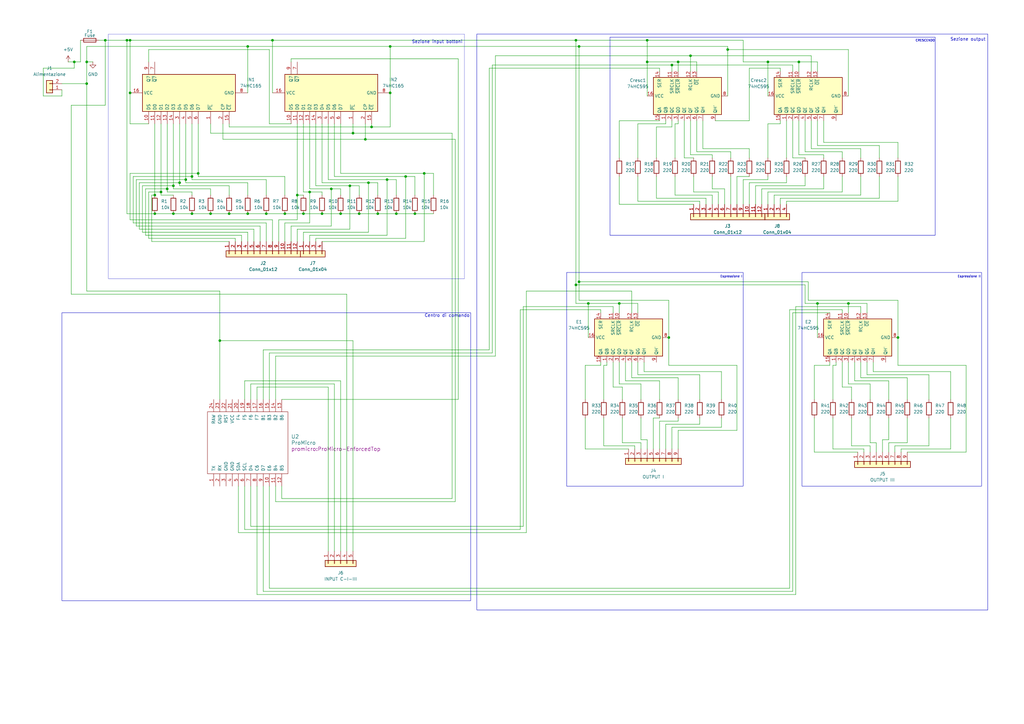
<source format=kicad_sch>
(kicad_sch (version 20250114) (generator "eeschema") (generator_version "9.0")
  (paper "A3")
  (title_block (title "Hauptwerk_buttons_and_expression") (date "2025-08-02") (rev "1.0.0") (company "Francesco Patti"))
  (rectangle (start 232.41 111.76) (end 304.8 199.39))
  (rectangle (start 44.45 13.97) (end 190.5 114.3) (stroke (width 0.0254)))
  (rectangle (start 25.4 128.27) (end 193.04 246.38))
  (rectangle (start 195.58 13.97) (end 405.13 250.19))
  (rectangle (start 250.19 15.24) (end 383.54 96.52))
  (rectangle (start 328.93 111.76) (end 402.59 199.39))
  (text "Espressione I" (at 299.974 113.538 0) (effects (font (size 0.889 0.889))))
  (text "CRESCENDO" (at 379.476 16.764 0) (effects (font (size 0.889 0.889))))
  (text "Sezione output\n" (at 397.002 16.256 0) (effects (font (size 1.27 1.27))))
  (text "Centro di comando\n" (at 183.388 129.54 0) (effects (font (size 1.27 1.27))))
  (text "Sezione input bottoni" (at 179.324 17.272 0) (effects (font (size 1.27 1.27))))
  (text "Espressione II\n" (at 397.51 113.538 0) (effects (font (size 0.889 0.889))))
  (junction (at 158.75 73.66))
  (junction (at 151.13 74.93))
  (junction (at 111.76 16.51))
  (junction (at 66.04 78.74))
  (junction (at 314.96 25.4))
  (junction (at 160.02 19.05))
  (junction (at 143.51 76.2))
  (junction (at 274.32 138.43))
  (junction (at 121.92 80.01))
  (junction (at 124.46 87.63))
  (junction (at 173.99 71.12))
  (junction (at 275.59 26.67))
  (junction (at 78.74 72.39))
  (junction (at 116.84 87.63))
  (junction (at 335.28 124.46))
  (junction (at 86.36 87.63))
  (junction (at 236.22 16.51))
  (junction (at 152.4 52.07))
  (junction (at 71.12 76.2))
  (junction (at 78.74 87.63))
  (junction (at 278.13 25.4))
  (junction (at 149.86 57.15))
  (junction (at 237.49 115.57))
  (junction (at 265.43 25.4))
  (junction (at 63.5 87.63))
  (junction (at 265.43 16.51))
  (junction (at 76.2 73.66))
  (junction (at 298.45 20.32))
  (junction (at 73.66 74.93))
  (junction (at 170.18 87.63))
  (junction (at 35.56 34.29))
  (junction (at 236.22 116.84))
  (junction (at 347.98 124.46))
  (junction (at 283.21 22.86))
  (junction (at 63.5 80.01))
  (junction (at 90.17 139.7))
  (junction (at 237.49 19.05))
  (junction (at 30.48 25.4))
  (junction (at 81.28 71.12))
  (junction (at 35.56 25.4))
  (junction (at 147.32 87.63))
  (junction (at 53.34 38.1))
  (junction (at 127 78.74))
  (junction (at 241.3 124.46))
  (junction (at 109.22 87.63))
  (junction (at 162.56 87.63))
  (junction (at 71.12 87.63))
  (junction (at 166.37 72.39))
  (junction (at 93.98 87.63))
  (junction (at 43.18 16.51))
  (junction (at 132.08 87.63))
  (junction (at 160.02 38.1))
  (junction (at 52.07 16.51))
  (junction (at 139.7 87.63))
  (junction (at 53.34 16.51))
  (junction (at 135.89 77.47))
  (junction (at 101.6 87.63))
  (junction (at 254 124.46))
  (junction (at 154.94 87.63))
  (junction (at 327.66 25.4))
  (junction (at 144.78 54.61))
  (junction (at 68.58 77.47))
  (junction (at 368.3 138.43))
  (junction (at 101.6 19.05))
  (wire (pts (xy 129.54 76.2) (xy 143.51 76.2)))
  (wire (pts (xy 119.38 24.13) (xy 119.38 25.4)))
  (wire (pts (xy 265.43 25.4) (xy 265.43 39.37)))
  (wire (pts (xy 132.08 87.63) (xy 139.7 87.63)))
  (wire (pts (xy 43.18 43.18) (xy 43.18 16.51)))
  (wire (pts (xy 345.44 158.75) (xy 345.44 148.59)))
  (wire (pts (xy 66.04 50.8) (xy 66.04 78.74)))
  (wire (pts (xy 254 124.46) (xy 261.62 124.46)))
  (wire (pts (xy 262.89 181.61) (xy 255.27 181.61)))
  (wire (pts (xy 52.07 16.51) (xy 53.34 16.51)))
  (wire (pts (xy 78.74 72.39) (xy 78.74 73.66)))
  (wire (pts (xy 91.44 57.15) (xy 149.86 57.15)))
  (wire (pts (xy 322.58 74.93) (xy 322.58 72.39)))
  (wire (pts (xy 254 148.59) (xy 254 157.48)))
  (wire (pts (xy 334.01 171.45) (xy 334.01 185.42)))
  (wire (pts (xy 304.8 25.4) (xy 304.8 16.51)))
  (wire (pts (xy 284.48 64.77) (xy 280.67 64.77)))
  (wire (pts (xy 264.16 152.4) (xy 295.91 152.4)))
  (wire (pts (xy 369.57 185.42) (xy 369.57 184.15)))
  (wire (pts (xy 295.91 152.4) (xy 295.91 163.83)))
  (wire (pts (xy 134.62 50.8) (xy 134.62 73.66)))
  (wire (pts (xy 270.51 27.94) (xy 200.66 27.94)))
  (wire (pts (xy 53.34 16.51) (xy 111.76 16.51)))
  (wire (pts (xy 54.61 91.44) (xy 54.61 72.39)))
  (wire (pts (xy 320.04 27.94) (xy 320.04 29.21)))
  (wire (pts (xy 135.89 77.47) (xy 139.7 77.47)))
  (wire (pts (xy 288.29 60.96) (xy 307.34 60.96)))
  (wire (pts (xy 276.86 50.8) (xy 278.13 50.8)))
  (wire (pts (xy 364.49 180.34) (xy 361.95 180.34)))
  (wire (pts (xy 302.26 72.39) (xy 307.34 72.39)))
  (wire (pts (xy 173.99 71.12) (xy 177.8 71.12)))
  (wire (pts (xy 368.3 82.55) (xy 368.3 72.39)))
  (wire (pts (xy 325.12 29.21) (xy 325.12 26.67)))
  (wire (pts (xy 139.7 156.21) (xy 100.33 156.21)))
  (wire (pts (xy 240.03 149.86) (xy 240.03 163.83)))
  (wire (pts (xy 109.22 99.06) (xy 109.22 91.44)))
  (wire (pts (xy 349.25 182.88) (xy 356.87 182.88)))
  (wire (pts (xy 273.05 50.8) (xy 273.05 49.53)))
  (wire (pts (xy 269.24 72.39) (xy 269.24 81.28)))
  (wire (pts (xy 256.54 148.59) (xy 256.54 156.21)))
  (wire (pts (xy 327.66 49.53) (xy 327.66 63.5)))
  (wire (pts (xy 132.08 50.8) (xy 132.08 74.93)))
  (wire (pts (xy 341.63 149.86) (xy 342.9 149.86)))
  (wire (pts (xy 285.75 29.21) (xy 285.75 25.4)))
  (wire (pts (xy 143.51 76.2) (xy 147.32 76.2)))
  (wire (pts (xy 309.88 83.82) (xy 309.88 76.2)))
  (wire (pts (xy 102.87 157.48) (xy 102.87 163.83)))
  (wire (pts (xy 341.63 163.83) (xy 341.63 149.86)))
  (wire (pts (xy 261.62 148.59) (xy 261.62 153.67)))
  (wire (pts (xy 275.59 26.67) (xy 275.59 29.21)))
  (wire (pts (xy 63.5 50.8) (xy 63.5 80.01)))
  (wire (pts (xy 86.36 77.47) (xy 86.36 80.01)))
  (wire (pts (xy 139.7 226.06) (xy 139.7 156.21)))
  (wire (pts (xy 160.02 19.05) (xy 101.6 19.05)))
  (wire (pts (xy 177.8 71.12) (xy 177.8 80.01)))
  (wire (pts (xy 247.65 171.45) (xy 247.65 182.88)))
  (wire (pts (xy 154.94 74.93) (xy 154.94 80.01)))
  (wire (pts (xy 285.75 25.4) (xy 278.13 25.4)))
  (wire (pts (xy 154.94 87.63) (xy 162.56 87.63)))
  (wire (pts (xy 251.46 158.75) (xy 251.46 148.59)))
  (wire (pts (xy 262.89 171.45) (xy 262.89 180.34)))
  (wire (pts (xy 162.56 87.63) (xy 170.18 87.63)))
  (wire (pts (xy 66.04 80.01) (xy 71.12 80.01)))
  (wire (pts (xy 368.3 64.77) (xy 368.3 58.42)))
  (wire (pts (xy 270.51 156.21) (xy 270.51 163.83)))
  (wire (pts (xy 254 72.39) (xy 254 83.82)))
  (wire (pts (xy 259.08 154.94) (xy 278.13 154.94)))
  (wire (pts (xy 147.32 87.63) (xy 154.94 87.63)))
  (wire (pts (xy 312.42 83.82) (xy 312.42 77.47)))
  (wire (pts (xy 30.48 27.94) (xy 17.78 27.94)))
  (wire (pts (xy 201.93 26.67) (xy 201.93 144.78)))
  (wire (pts (xy 353.06 64.77) (xy 353.06 60.96)))
  (wire (pts (xy 349.25 163.83) (xy 349.25 158.75)))
  (wire (pts (xy 236.22 124.46) (xy 241.3 124.46)))
  (wire (pts (xy 81.28 50.8) (xy 81.28 71.12)))
  (wire (pts (xy 110.49 50.8) (xy 119.38 50.8)))
  (wire (pts (xy 110.49 144.78) (xy 110.49 163.83)))
  (wire (pts (xy 323.85 241.3) (xy 110.49 241.3)))
  (wire (pts (xy 335.28 29.21) (xy 335.28 25.4)))
  (wire (pts (xy 278.13 154.94) (xy 278.13 163.83)))
  (wire (pts (xy 129.54 97.79) (xy 129.54 99.06)))
  (wire (pts (xy 287.02 173.99) (xy 287.02 171.45)))
  (wire (pts (xy 111.76 16.51) (xy 236.22 16.51)))
  (wire (pts (xy 139.7 50.8) (xy 139.7 71.12)))
  (wire (pts (xy 214.63 125.73) (xy 251.46 125.73)))
  (wire (pts (xy 200.66 27.94) (xy 200.66 143.51)))
  (wire (pts (xy 107.95 143.51) (xy 107.95 163.83)))
  (wire (pts (xy 81.28 71.12) (xy 81.28 72.39)))
  (wire (pts (xy 119.38 99.06) (xy 119.38 92.71)))
  (wire (pts (xy 187.96 24.13) (xy 119.38 24.13)))
  (wire (pts (xy 246.38 127) (xy 213.36 127)))
  (wire (pts (xy 101.6 74.93) (xy 101.6 80.01)))
  (wire (pts (xy 284.48 78.74) (xy 294.64 78.74)))
  (wire (pts (xy 341.63 171.45) (xy 341.63 184.15)))
  (wire (pts (xy 236.22 116.84) (xy 330.2 116.84)))
  (wire (pts (xy 298.45 19.05) (xy 298.45 20.32)))
  (wire (pts (xy 381 182.88) (xy 381 171.45)))
  (wire (pts (xy 295.91 175.26) (xy 295.91 171.45)))
  (wire (pts (xy 298.45 39.37) (xy 298.45 20.32)))
  (wire (pts (xy 124.46 95.25) (xy 124.46 99.06)))
  (wire (pts (xy 372.11 181.61) (xy 372.11 171.45)))
  (wire (pts (xy 93.98 87.63) (xy 101.6 87.63)))
  (wire (pts (xy 137.16 50.8) (xy 137.16 72.39)))
  (wire (pts (xy 104.14 93.98) (xy 57.15 93.98)))
  (wire (pts (xy 368.3 58.42) (xy 337.82 58.42)))
  (wire (pts (xy 396.24 149.86) (xy 368.3 149.86)))
  (wire (pts (xy 299.72 72.39) (xy 299.72 83.82)))
  (wire (pts (xy 323.85 127) (xy 323.85 241.3)))
  (wire (pts (xy 297.18 83.82) (xy 297.18 77.47)))
  (wire (pts (xy 261.62 128.27) (xy 261.62 124.46)))
  (wire (pts (xy 356.87 157.48) (xy 356.87 163.83)))
  (wire (pts (xy 71.12 77.47) (xy 86.36 77.47)))
  (wire (pts (xy 60.96 50.8) (xy 53.34 50.8)))
  (wire (pts (xy 139.7 87.63) (xy 147.32 87.63)))
  (wire (pts (xy 111.76 99.06) (xy 111.76 90.17)))
  (wire (pts (xy 144.78 226.06) (xy 144.78 139.7)))
  (wire (pts (xy 259.08 148.59) (xy 259.08 154.94)))
  (wire (pts (xy 237.49 19.05) (xy 298.45 19.05)))
  (wire (pts (xy 86.36 50.8) (xy 86.36 54.61)))
  (wire (pts (xy 297.18 77.47) (xy 292.1 77.47)))
  (wire (pts (xy 350.52 148.59) (xy 350.52 156.21)))
  (wire (pts (xy 345.44 127) (xy 323.85 127)))
  (wire (pts (xy 283.21 49.53) (xy 283.21 63.5)))
  (wire (pts (xy 241.3 124.46) (xy 241.3 138.43)))
  (wire (pts (xy 101.6 99.06) (xy 101.6 95.25)))
  (wire (pts (xy 113.03 205.74) (xy 113.03 199.39)))
  (wire (pts (xy 129.54 50.8) (xy 129.54 76.2)))
  (wire (pts (xy 368.3 138.43) (xy 368.3 123.19)))
  (wire (pts (xy 261.62 72.39) (xy 261.62 82.55)))
  (wire (pts (xy 283.21 22.86) (xy 203.2 22.86)))
  (wire (pts (xy 372.11 154.94) (xy 372.11 163.83)))
  (wire (pts (xy 142.24 120.65) (xy 142.24 226.06)))
  (wire (pts (xy 101.6 87.63) (xy 109.22 87.63)))
  (wire (pts (xy 213.36 217.17) (xy 100.33 217.17)))
  (wire (pts (xy 134.62 73.66) (xy 158.75 73.66)))
  (wire (pts (xy 185.42 204.47) (xy 185.42 54.61)))
  (wire (pts (xy 43.18 16.51) (xy 52.07 16.51)))
  (wire (pts (xy 341.63 184.15) (xy 354.33 184.15)))
  (wire (pts (xy 33.02 16.51) (xy 33.02 25.4)))
  (wire (pts (xy 367.03 185.42) (xy 367.03 182.88)))
  (wire (pts (xy 292.1 83.82) (xy 292.1 80.01)))
  (wire (pts (xy 111.76 90.17) (xy 53.34 90.17)))
  (wire (pts (xy 241.3 124.46) (xy 254 124.46)))
  (wire (pts (xy 307.34 83.82) (xy 307.34 74.93)))
  (wire (pts (xy 276.86 64.77) (xy 276.86 50.8)))
  (wire (pts (xy 340.36 149.86) (xy 334.01 149.86)))
  (wire (pts (xy 143.51 76.2) (xy 143.51 93.98)))
  (wire (pts (xy 110.49 241.3) (xy 110.49 199.39)))
  (wire (pts (xy 251.46 125.73) (xy 251.46 128.27)))
  (wire (pts (xy 166.37 97.79) (xy 166.37 72.39)))
  (wire (pts (xy 97.79 218.44) (xy 97.79 199.39)))
  (wire (pts (xy 17.78 39.37) (xy 25.4 39.37)))
  (wire (pts (xy 274.32 123.19) (xy 237.49 123.19)))
  (wire (pts (xy 107.95 242.57) (xy 325.12 242.57)))
  (wire (pts (xy 345.44 62.23) (xy 345.44 64.77)))
  (wire (pts (xy 302.26 176.53) (xy 302.26 149.86)))
  (wire (pts (xy 320.04 50.8) (xy 314.96 50.8)))
  (wire (pts (xy 53.34 50.8) (xy 53.34 38.1)))
  (wire (pts (xy 93.98 76.2) (xy 93.98 80.01)))
  (wire (pts (xy 269.24 52.07) (xy 275.59 52.07)))
  (wire (pts (xy 236.22 16.51) (xy 265.43 16.51)))
  (wire (pts (xy 364.49 171.45) (xy 364.49 180.34)))
  (wire (pts (xy 261.62 50.8) (xy 273.05 50.8)))
  (wire (pts (xy 29.21 43.18) (xy 43.18 43.18)))
  (wire (pts (xy 73.66 76.2) (xy 93.98 76.2)))
  (wire (pts (xy 340.36 148.59) (xy 340.36 149.86)))
  (wire (pts (xy 52.07 16.51) (xy 52.07 87.63)))
  (wire (pts (xy 356.87 182.88) (xy 356.87 185.42)))
  (wire (pts (xy 358.14 148.59) (xy 358.14 152.4)))
  (wire (pts (xy 270.51 29.21) (xy 270.51 27.94)))
  (wire (pts (xy 78.74 73.66) (xy 109.22 73.66)))
  (wire (pts (xy 185.42 54.61) (xy 144.78 54.61)))
  (wire (pts (xy 331.47 123.19) (xy 331.47 115.57)))
  (wire (pts (xy 278.13 25.4) (xy 265.43 25.4)))
  (wire (pts (xy 368.3 123.19) (xy 331.47 123.19)))
  (wire (pts (xy 121.92 93.98) (xy 143.51 93.98)))
  (wire (pts (xy 237.49 115.57) (xy 237.49 123.19)))
  (wire (pts (xy 322.58 83.82) (xy 322.58 82.55)))
  (wire (pts (xy 275.59 26.67) (xy 201.93 26.67)))
  (wire (pts (xy 116.84 72.39) (xy 116.84 80.01)))
  (wire (pts (xy 330.2 76.2) (xy 330.2 72.39)))
  (wire (pts (xy 127 77.47) (xy 135.89 77.47)))
  (wire (pts (xy 276.86 72.39) (xy 276.86 80.01)))
  (wire (pts (xy 186.69 57.15) (xy 186.69 205.74)))
  (wire (pts (xy 275.59 184.15) (xy 275.59 175.26)))
  (wire (pts (xy 66.04 78.74) (xy 66.04 80.01)))
  (wire (pts (xy 124.46 87.63) (xy 132.08 87.63)))
  (wire (pts (xy 347.98 148.59) (xy 347.98 157.48)))
  (wire (pts (xy 381 153.67) (xy 381 163.83)))
  (wire (pts (xy 275.59 52.07) (xy 275.59 49.53)))
  (wire (pts (xy 356.87 181.61) (xy 359.41 181.61)))
  (wire (pts (xy 255.27 171.45) (xy 255.27 181.61)))
  (wire (pts (xy 262.89 180.34) (xy 265.43 180.34)))
  (wire (pts (xy 86.36 54.61) (xy 144.78 54.61)))
  (wire (pts (xy 359.41 181.61) (xy 359.41 185.42)))
  (wire (pts (xy 104.14 99.06) (xy 104.14 93.98)))
  (wire (pts (xy 337.82 64.77) (xy 337.82 63.5)))
  (wire (pts (xy 139.7 71.12) (xy 173.99 71.12)))
  (wire (pts (xy 320.04 49.53) (xy 320.04 50.8)))
  (wire (pts (xy 284.48 72.39) (xy 284.48 78.74)))
  (wire (pts (xy 254 83.82) (xy 284.48 83.82)))
  (wire (pts (xy 76.2 50.8) (xy 76.2 73.66)))
  (wire (pts (xy 90.17 163.83) (xy 90.17 139.7)))
  (wire (pts (xy 314.96 78.74) (xy 345.44 78.74)))
  (wire (pts (xy 325.12 26.67) (xy 275.59 26.67)))
  (wire (pts (xy 294.64 78.74) (xy 294.64 83.82)))
  (wire (pts (xy 337.82 58.42) (xy 337.82 49.53)))
  (wire (pts (xy 356.87 171.45) (xy 356.87 181.61)))
  (wire (pts (xy 246.38 128.27) (xy 246.38 127)))
  (wire (pts (xy 349.25 158.75) (xy 345.44 158.75)))
  (wire (pts (xy 337.82 63.5) (xy 327.66 63.5)))
  (wire (pts (xy 162.56 73.66) (xy 162.56 80.01)))
  (wire (pts (xy 304.8 73.66) (xy 314.96 73.66)))
  (wire (pts (xy 283.21 22.86) (xy 332.74 22.86)))
  (wire (pts (xy 246.38 148.59) (xy 246.38 149.86)))
  (wire (pts (xy 292.1 63.5) (xy 292.1 64.77)))
  (wire (pts (xy 101.6 19.05) (xy 101.6 38.1)))
  (wire (pts (xy 215.9 119.38) (xy 259.08 119.38)))
  (wire (pts (xy 62.23 99.06) (xy 62.23 80.01)))
  (wire (pts (xy 158.75 96.52) (xy 158.75 73.66)))
  (wire (pts (xy 326.39 243.84) (xy 326.39 125.73)))
  (wire (pts (xy 360.68 81.28) (xy 360.68 72.39)))
  (wire (pts (xy 113.03 146.05) (xy 113.03 163.83)))
  (wire (pts (xy 237.49 19.05) (xy 237.49 115.57)))
  (wire (pts (xy 149.86 57.15) (xy 149.86 50.8)))
  (wire (pts (xy 347.98 20.32) (xy 347.98 39.37)))
  (wire (pts (xy 124.46 95.25) (xy 151.13 95.25)))
  (wire (pts (xy 278.13 184.15) (xy 278.13 176.53)))
  (wire (pts (xy 350.52 156.21) (xy 364.49 156.21)))
  (wire (pts (xy 127 96.52) (xy 127 99.06)))
  (wire (pts (xy 335.28 25.4) (xy 327.66 25.4)))
  (wire (pts (xy 257.81 184.15) (xy 240.03 184.15)))
  (wire (pts (xy 326.39 125.73) (xy 353.06 125.73)))
  (wire (pts (xy 353.06 80.01) (xy 353.06 72.39)))
  (wire (pts (xy 353.06 154.94) (xy 372.11 154.94)))
  (wire (pts (xy 93.98 52.07) (xy 152.4 52.07)))
  (wire (pts (xy 115.57 204.47) (xy 185.42 204.47)))
  (wire (pts (xy 55.88 92.71) (xy 55.88 73.66)))
  (wire (pts (xy 260.35 182.88) (xy 260.35 184.15)))
  (wire (pts (xy 29.21 120.65) (xy 142.24 120.65)))
  (wire (pts (xy 255.27 163.83) (xy 255.27 158.75)))
  (wire (pts (xy 102.87 199.39) (xy 102.87 215.9)))
  (wire (pts (xy 273.05 184.15) (xy 273.05 173.99)))
  (wire (pts (xy 99.06 96.52) (xy 59.69 96.52)))
  (wire (pts (xy 121.92 80.01) (xy 124.46 80.01)))
  (wire (pts (xy 134.62 158.75) (xy 134.62 226.06)))
  (wire (pts (xy 307.34 49.53) (xy 307.34 27.94)))
  (wire (pts (xy 320.04 83.82) (xy 320.04 81.28)))
  (wire (pts (xy 186.69 205.74) (xy 113.03 205.74)))
  (wire (pts (xy 278.13 50.8) (xy 278.13 49.53)))
  (wire (pts (xy 68.58 78.74) (xy 78.74 78.74)))
  (wire (pts (xy 105.41 243.84) (xy 326.39 243.84)))
  (wire (pts (xy 78.74 50.8) (xy 78.74 72.39)))
  (wire (pts (xy 93.98 50.8) (xy 93.98 52.07)))
  (wire (pts (xy 35.56 25.4) (xy 35.56 19.05)))
  (wire (pts (xy 256.54 156.21) (xy 270.51 156.21)))
  (wire (pts (xy 68.58 50.8) (xy 68.58 77.47)))
  (wire (pts (xy 105.41 199.39) (xy 105.41 243.84)))
  (wire (pts (xy 283.21 29.21) (xy 283.21 22.86)))
  (wire (pts (xy 237.49 115.57) (xy 331.47 115.57)))
  (wire (pts (xy 396.24 185.42) (xy 396.24 149.86)))
  (wire (pts (xy 111.76 16.51) (xy 111.76 38.1)))
  (wire (pts (xy 342.9 149.86) (xy 342.9 148.59)))
  (wire (pts (xy 170.18 72.39) (xy 170.18 80.01)))
  (wire (pts (xy 355.6 153.67) (xy 381 153.67)))
  (wire (pts (xy 147.32 76.2) (xy 147.32 80.01)))
  (wire (pts (xy 330.2 124.46) (xy 335.28 124.46)))
  (wire (pts (xy 330.2 124.46) (xy 330.2 116.84)))
  (wire (pts (xy 236.22 116.84) (xy 236.22 124.46)))
  (wire (pts (xy 214.63 215.9) (xy 214.63 125.73)))
  (wire (pts (xy 114.3 99.06) (xy 114.3 90.17)))
  (wire (pts (xy 364.49 156.21) (xy 364.49 163.83)))
  (wire (pts (xy 213.36 127) (xy 213.36 217.17)))
  (wire (pts (xy 287.02 83.82) (xy 287.02 82.55)))
  (wire (pts (xy 200.66 143.51) (xy 107.95 143.51)))
  (wire (pts (xy 105.41 158.75) (xy 134.62 158.75)))
  (wire (pts (xy 160.02 38.1) (xy 160.02 19.05)))
  (wire (pts (xy 71.12 50.8) (xy 71.12 76.2)))
  (wire (pts (xy 30.48 25.4) (xy 33.02 25.4)))
  (wire (pts (xy 91.44 50.8) (xy 91.44 57.15)))
  (wire (pts (xy 369.57 184.15) (xy 389.89 184.15)))
  (wire (pts (xy 360.68 59.69) (xy 360.68 64.77)))
  (wire (pts (xy 53.34 16.51) (xy 53.34 38.1)))
  (wire (pts (xy 302.26 83.82) (xy 302.26 72.39)))
  (wire (pts (xy 347.98 124.46) (xy 347.98 128.27)))
  (wire (pts (xy 29.21 43.18) (xy 29.21 120.65)))
  (wire (pts (xy 132.08 74.93) (xy 151.13 74.93)))
  (wire (pts (xy 372.11 185.42) (xy 396.24 185.42)))
  (wire (pts (xy 160.02 38.1) (xy 160.02 52.07)))
  (wire (pts (xy 124.46 50.8) (xy 124.46 78.74)))
  (wire (pts (xy 325.12 242.57) (xy 325.12 128.27)))
  (wire (pts (xy 353.06 60.96) (xy 332.74 60.96)))
  (wire (pts (xy 151.13 74.93) (xy 154.94 74.93)))
  (wire (pts (xy 364.49 185.42) (xy 364.49 181.61)))
  (wire (pts (xy 255.27 158.75) (xy 251.46 158.75)))
  (wire (pts (xy 132.08 99.06) (xy 173.99 99.06)))
  (wire (pts (xy 314.96 25.4) (xy 304.8 25.4)))
  (wire (pts (xy 121.92 90.17) (xy 121.92 80.01)))
  (wire (pts (xy 110.49 20.32) (xy 110.49 50.8)))
  (wire (pts (xy 317.5 83.82) (xy 317.5 80.01)))
  (wire (pts (xy 288.29 49.53) (xy 288.29 60.96)))
  (wire (pts (xy 53.34 90.17) (xy 53.34 71.12)))
  (wire (pts (xy 100.33 156.21) (xy 100.33 163.83)))
  (wire (pts (xy 358.14 152.4) (xy 389.89 152.4)))
  (wire (pts (xy 325.12 64.77) (xy 330.2 64.77)))
  (wire (pts (xy 60.96 78.74) (xy 66.04 78.74)))
  (wire (pts (xy 129.54 97.79) (xy 166.37 97.79)))
  (wire (pts (xy 355.6 128.27) (xy 355.6 124.46)))
  (wire (pts (xy 25.4 39.37) (xy 25.4 36.83)))
  (wire (pts (xy 127 96.52) (xy 158.75 96.52)))
  (wire (pts (xy 274.32 138.43) (xy 274.32 123.19)))
  (wire (pts (xy 322.58 82.55) (xy 368.3 82.55)))
  (wire (pts (xy 270.51 184.15) (xy 270.51 172.72)))
  (wire (pts (xy 314.96 83.82) (xy 314.96 78.74)))
  (wire (pts (xy 144.78 139.7) (xy 90.17 139.7)))
  (wire (pts (xy 332.74 22.86) (xy 332.74 29.21)))
  (wire (pts (xy 59.69 96.52) (xy 59.69 77.47)))
  (wire (pts (xy 215.9 119.38) (xy 215.9 218.44)))
  (wire (pts (xy 361.95 180.34) (xy 361.95 185.42)))
  (wire (pts (xy 137.16 157.48) (xy 102.87 157.48)))
  (wire (pts (xy 68.58 77.47) (xy 68.58 78.74)))
  (wire (pts (xy 115.57 163.83) (xy 187.96 163.83)))
  (wire (pts (xy 151.13 95.25) (xy 151.13 74.93)))
  (wire (pts (xy 304.8 83.82) (xy 304.8 73.66)))
  (wire (pts (xy 99.06 99.06) (xy 99.06 96.52)))
  (wire (pts (xy 58.42 76.2) (xy 71.12 76.2)))
  (wire (pts (xy 109.22 87.63) (xy 116.84 87.63)))
  (wire (pts (xy 86.36 87.63) (xy 93.98 87.63)))
  (wire (pts (xy 27.94 25.4) (xy 30.48 25.4)))
  (wire (pts (xy 57.15 93.98) (xy 57.15 74.93)))
  (wire (pts (xy 144.78 54.61) (xy 144.78 50.8)))
  (wire (pts (xy 54.61 72.39) (xy 78.74 72.39)))
  (wire (pts (xy 52.07 87.63) (xy 63.5 87.63)))
  (wire (pts (xy 124.46 78.74) (xy 127 78.74)))
  (wire (pts (xy 160.02 19.05) (xy 237.49 19.05)))
  (wire (pts (xy 325.12 49.53) (xy 325.12 64.77)))
  (wire (pts (xy 278.13 176.53) (xy 302.26 176.53)))
  (wire (pts (xy 332.74 60.96) (xy 332.74 49.53)))
  (wire (pts (xy 335.28 49.53) (xy 335.28 59.69)))
  (wire (pts (xy 119.38 92.71) (xy 135.89 92.71)))
  (wire (pts (xy 349.25 171.45) (xy 349.25 182.88)))
  (wire (pts (xy 314.96 50.8) (xy 314.96 64.77)))
  (wire (pts (xy 121.92 99.06) (xy 121.92 93.98)))
  (wire (pts (xy 116.84 87.63) (xy 124.46 87.63)))
  (wire (pts (xy 240.03 184.15) (xy 240.03 171.45)))
  (wire (pts (xy 127 50.8) (xy 127 77.47)))
  (wire (pts (xy 292.1 77.47) (xy 292.1 72.39)))
  (wire (pts (xy 327.66 25.4) (xy 327.66 29.21)))
  (wire (pts (xy 389.89 184.15) (xy 389.89 171.45)))
  (wire (pts (xy 73.66 50.8) (xy 73.66 74.93)))
  (wire (pts (xy 254 157.48) (xy 262.89 157.48)))
  (wire (pts (xy 280.67 49.53) (xy 280.67 64.77)))
  (wire (pts (xy 287.02 82.55) (xy 261.62 82.55)))
  (wire (pts (xy 273.05 173.99) (xy 287.02 173.99)))
  (wire (pts (xy 115.57 199.39) (xy 115.57 204.47)))
  (wire (pts (xy 267.97 171.45) (xy 267.97 184.15)))
  (wire (pts (xy 109.22 91.44) (xy 54.61 91.44)))
  (wire (pts (xy 261.62 153.67) (xy 287.02 153.67)))
  (wire (pts (xy 187.96 163.83) (xy 187.96 24.13)))
  (wire (pts (xy 355.6 124.46) (xy 347.98 124.46)))
  (wire (pts (xy 59.69 77.47) (xy 68.58 77.47)))
  (wire (pts (xy 322.58 49.53) (xy 322.58 64.77)))
  (wire (pts (xy 299.72 64.77) (xy 299.72 62.23)))
  (wire (pts (xy 170.18 87.63) (xy 177.8 87.63)))
  (wire (pts (xy 262.89 157.48) (xy 262.89 163.83)))
  (wire (pts (xy 355.6 148.59) (xy 355.6 153.67)))
  (wire (pts (xy 292.1 80.01) (xy 276.86 80.01)))
  (wire (pts (xy 275.59 175.26) (xy 295.91 175.26)))
  (wire (pts (xy 30.48 25.4) (xy 30.48 27.94)))
  (wire (pts (xy 57.15 74.93) (xy 73.66 74.93)))
  (wire (pts (xy 73.66 74.93) (xy 73.66 76.2)))
  (wire (pts (xy 102.87 215.9) (xy 214.63 215.9)))
  (wire (pts (xy 106.68 99.06) (xy 106.68 92.71)))
  (wire (pts (xy 121.92 50.8) (xy 121.92 80.01)))
  (wire (pts (xy 35.56 25.4) (xy 38.1 25.4)))
  (wire (pts (xy 58.42 95.25) (xy 58.42 76.2)))
  (wire (pts (xy 135.89 92.71) (xy 135.89 77.47)))
  (wire (pts (xy 289.56 81.28) (xy 289.56 83.82)))
  (wire (pts (xy 35.56 19.05) (xy 101.6 19.05)))
  (wire (pts (xy 53.34 71.12) (xy 81.28 71.12)))
  (wire (pts (xy 101.6 95.25) (xy 58.42 95.25)))
  (wire (pts (xy 265.43 25.4) (xy 265.43 16.51)))
  (wire (pts (xy 100.33 217.17) (xy 100.33 199.39)))
  (wire (pts (xy 236.22 16.51) (xy 236.22 116.84)))
  (wire (pts (xy 367.03 182.88) (xy 381 182.88)))
  (wire (pts (xy 76.2 74.93) (xy 101.6 74.93)))
  (wire (pts (xy 90.17 139.7) (xy 90.17 119.38)))
  (wire (pts (xy 368.3 149.86) (xy 368.3 138.43)))
  (wire (pts (xy 269.24 81.28) (xy 289.56 81.28)))
  (wire (pts (xy 71.12 76.2) (xy 71.12 77.47)))
  (wire (pts (xy 307.34 60.96) (xy 307.34 64.77)))
  (wire (pts (xy 320.04 81.28) (xy 360.68 81.28)))
  (wire (pts (xy 274.32 149.86) (xy 274.32 138.43)))
  (wire (pts (xy 278.13 172.72) (xy 278.13 171.45)))
  (wire (pts (xy 247.65 163.83) (xy 247.65 149.86)))
  (wire (pts (xy 302.26 149.86) (xy 274.32 149.86)))
  (wire (pts (xy 173.99 99.06) (xy 173.99 71.12)))
  (wire (pts (xy 158.75 73.66) (xy 162.56 73.66)))
  (wire (pts (xy 55.88 73.66) (xy 76.2 73.66)))
  (wire (pts (xy 63.5 87.63) (xy 71.12 87.63)))
  (wire (pts (xy 337.82 77.47) (xy 337.82 72.39)))
  (wire (pts (xy 304.8 16.51) (xy 265.43 16.51)))
  (wire (pts (xy 215.9 218.44) (xy 97.79 218.44)))
  (wire (pts (xy 364.49 181.61) (xy 372.11 181.61)))
  (wire (pts (xy 314.96 25.4) (xy 314.96 39.37)))
  (wire (pts (xy 93.98 99.06) (xy 62.23 99.06)))
  (wire (pts (xy 254 124.46) (xy 254 128.27)))
  (wire (pts (xy 96.52 99.06) (xy 96.52 97.79)))
  (wire (pts (xy 254 49.53) (xy 270.51 49.53)))
  (wire (pts (xy 90.17 119.38) (xy 35.56 119.38)))
  (wire (pts (xy 325.12 128.27) (xy 340.36 128.27)))
  (wire (pts (xy 283.21 63.5) (xy 292.1 63.5)))
  (wire (pts (xy 254 64.77) (xy 254 49.53)))
  (wire (pts (xy 35.56 25.4) (xy 35.56 34.29)))
  (wire (pts (xy 60.96 20.32) (xy 60.96 25.4)))
  (wire (pts (xy 330.2 49.53) (xy 330.2 62.23)))
  (wire (pts (xy 137.16 72.39) (xy 166.37 72.39)))
  (wire (pts (xy 203.2 22.86) (xy 203.2 146.05)))
  (wire (pts (xy 262.89 184.15) (xy 262.89 181.61)))
  (wire (pts (xy 60.96 20.32) (xy 110.49 20.32)))
  (wire (pts (xy 40.64 16.51) (xy 43.18 16.51)))
  (wire (pts (xy 247.65 149.86) (xy 248.92 149.86)))
  (wire (pts (xy 298.45 20.32) (xy 347.98 20.32)))
  (wire (pts (xy 248.92 149.86) (xy 248.92 148.59)))
  (wire (pts (xy 166.37 72.39) (xy 170.18 72.39)))
  (wire (pts (xy 314.96 73.66) (xy 314.96 72.39)))
  (wire (pts (xy 335.28 124.46) (xy 335.28 138.43)))
  (wire (pts (xy 345.44 78.74) (xy 345.44 72.39)))
  (wire (pts (xy 105.41 163.83) (xy 105.41 158.75)))
  (wire (pts (xy 270.51 172.72) (xy 278.13 172.72)))
  (wire (pts (xy 354.33 184.15) (xy 354.33 185.42)))
  (wire (pts (xy 270.51 171.45) (xy 267.97 171.45)))
  (wire (pts (xy 246.38 149.86) (xy 240.03 149.86)))
  (wire (pts (xy 317.5 80.01) (xy 353.06 80.01)))
  (wire (pts (xy 35.56 34.29) (xy 35.56 119.38)))
  (wire (pts (xy 160.02 52.07) (xy 152.4 52.07)))
  (wire (pts (xy 327.66 25.4) (xy 314.96 25.4)))
  (wire (pts (xy 132.08 78.74) (xy 132.08 80.01)))
  (wire (pts (xy 139.7 77.47) (xy 139.7 80.01)))
  (wire (pts (xy 127 78.74) (xy 132.08 78.74)))
  (wire (pts (xy 106.68 92.71) (xy 55.88 92.71)))
  (wire (pts (xy 96.52 97.79) (xy 60.96 97.79)))
  (wire (pts (xy 107.95 199.39) (xy 107.95 242.57)))
  (wire (pts (xy 76.2 73.66) (xy 76.2 74.93)))
  (wire (pts (xy 330.2 62.23) (xy 345.44 62.23)))
  (wire (pts (xy 334.01 149.86) (xy 334.01 163.83)))
  (wire (pts (xy 71.12 87.63) (xy 78.74 87.63)))
  (wire (pts (xy 265.43 180.34) (xy 265.43 184.15)))
  (wire (pts (xy 137.16 226.06) (xy 137.16 157.48)))
  (wire (pts (xy 60.96 97.79) (xy 60.96 78.74)))
  (wire (pts (xy 293.37 49.53) (xy 307.34 49.53)))
  (wire (pts (xy 299.72 62.23) (xy 285.75 62.23)))
  (wire (pts (xy 109.22 73.66) (xy 109.22 80.01)))
  (wire (pts (xy 261.62 64.77) (xy 261.62 50.8)))
  (wire (pts (xy 78.74 78.74) (xy 78.74 80.01)))
  (wire (pts (xy 114.3 90.17) (xy 121.92 90.17)))
  (wire (pts (xy 345.44 128.27) (xy 345.44 127)))
  (wire (pts (xy 259.08 119.38) (xy 259.08 128.27)))
  (wire (pts (xy 347.98 124.46) (xy 335.28 124.46)))
  (wire (pts (xy 307.34 27.94) (xy 320.04 27.94)))
  (wire (pts (xy 116.84 91.44) (xy 127 91.44)))
  (wire (pts (xy 353.06 148.59) (xy 353.06 154.94)))
  (wire (pts (xy 309.88 76.2) (xy 330.2 76.2)))
  (wire (pts (xy 81.28 72.39) (xy 116.84 72.39)))
  (wire (pts (xy 285.75 62.23) (xy 285.75 49.53)))
  (wire (pts (xy 334.01 185.42) (xy 351.79 185.42)))
  (wire (pts (xy 203.2 146.05) (xy 113.03 146.05)))
  (wire (pts (xy 278.13 25.4) (xy 278.13 29.21)))
  (wire (pts (xy 312.42 77.47) (xy 337.82 77.47)))
  (wire (pts (xy 78.74 87.63) (xy 86.36 87.63)))
  (wire (pts (xy 201.93 144.78) (xy 110.49 144.78)))
  (wire (pts (xy 152.4 52.07) (xy 152.4 50.8)))
  (wire (pts (xy 116.84 99.06) (xy 116.84 91.44)))
  (wire (pts (xy 307.34 74.93) (xy 322.58 74.93)))
  (wire (pts (xy 17.78 27.94) (xy 17.78 39.37)))
  (wire (pts (xy 62.23 80.01) (xy 63.5 80.01)))
  (wire (pts (xy 389.89 152.4) (xy 389.89 163.83)))
  (wire (pts (xy 269.24 64.77) (xy 269.24 52.07)))
  (wire (pts (xy 347.98 157.48) (xy 356.87 157.48)))
  (wire (pts (xy 264.16 148.59) (xy 264.16 152.4)))
  (wire (pts (xy 335.28 59.69) (xy 360.68 59.69)))
  (wire (pts (xy 353.06 125.73) (xy 353.06 128.27)))
  (wire (pts (xy 25.4 34.29) (xy 35.56 34.29)))
  (wire (pts (xy 287.02 153.67) (xy 287.02 163.83)))
  (wire (pts (xy 127 91.44) (xy 127 78.74)))
  (wire (pts (xy 247.65 182.88) (xy 260.35 182.88)))
  (wire (pts (xy 149.86 57.15) (xy 186.69 57.15)))
  (symbol (lib_id "Device:R") (at 109.22 83.82 0) (unit 1)
    (property "Reference" "R7" (at 111.76 82.5499 0) (effects (justify left)))
    (property "Value" "10k" (at 111.76 85.0899 0) (effects (justify left)))
    (property "Footprint" "Resistor_THT:R_Axial_DIN0207_L6.3mm_D2.5mm_P7.62mm_Horizontal" (effects (hide yes)))
    (property "Description" "Resistor" (effects (hide yes)))
  )
  (symbol (lib_id "Connector_Generic:Conn_01x05") (at 139.7 231.14 90) (mirror x) (unit 1)
    (property "Reference" "J6" (at 139.7 234.95 90))
    (property "Value" "INPUT C-I-III" (at 139.7 237.49 90))
    (property "Footprint" "TerminalBlock_Phoenix:TerminalBlock_Phoenix_MPT-0,5-5-2.54_1x05_P2.54mm_Horizontal" (effects (hide yes)))
    (property "Description" "Generic connector, single row, 01x05, script generated (kicad-library-utils/schlib/autogen/connector/)" (effects (hide yes)))
  )
  (symbol (lib_id "Device:R") (at 132.08 83.82 0) (unit 1)
    (property "Reference" "R10" (at 134.62 82.5499 0) (effects (justify left)))
    (property "Value" "10k" (at 134.62 85.0899 0) (effects (justify left)))
    (property "Footprint" "Resistor_THT:R_Axial_DIN0207_L6.3mm_D2.5mm_P7.62mm_Horizontal" (effects (hide yes)))
    (property "Description" "Resistor" (effects (hide yes)))
  )
  (symbol (lib_id "74xx:74HC595") (at 330.2 39.37 90) (mirror x) (unit 1)
    (property "Reference" "Cresc2" (at 311.15 32.9498 90))
    (property "Value" "74HC595" (at 311.15 35.4898 90))
    (property "Footprint" "Package_DIP:DIP-16_W7.62mm" (effects (hide yes)))
    (property "Datasheet" "http://www.ti.com/lit/ds/symlink/sn74hc595.pdf" (effects (hide yes)))
    (property "Description" "8-bit serial in/out Shift Register 3-State Outputs" (effects (hide yes)))
  )
  (symbol (lib_id "Arduino_promicro:ProMicro") (at 106.68 181.61 90) (unit 1)
    (property "Reference" "U2" (at 119.38 179.0699 90) (effects (font (size 1.524 1.524)) (justify right)))
    (property "Value" "ProMicro" (at 119.38 181.6099 90) (effects (font (size 1.524 1.524)) (justify right)))
    (property "Footprint" "promicro:ProMicro-EnforcedTop" (at 119.38 184.1499 90) (effects (font (size 1.524 1.524)) (justify right)))
  )
  (symbol (lib_id "Device:R") (at 372.11 167.64 0) (unit 1)
    (property "Reference" "R46" (at 374.65 166.3699 0) (effects (justify left)))
    (property "Value" "220" (at 374.65 168.9099 0) (effects (justify left)))
    (property "Footprint" "Resistor_THT:R_Axial_DIN0207_L6.3mm_D2.5mm_P7.62mm_Horizontal" (effects (hide yes)))
    (property "Description" "Resistor" (effects (hide yes)))
  )
  (symbol (lib_id "74xx:74HC595") (at 350.52 138.43 90) (mirror x) (unit 1)
    (property "Reference" "E2" (at 331.47 132.0098 90))
    (property "Value" "74HC595" (at 331.47 134.5498 90))
    (property "Footprint" "Package_DIP:DIP-16_W7.62mm" (effects (hide yes)))
    (property "Datasheet" "http://www.ti.com/lit/ds/symlink/sn74hc595.pdf" (effects (hide yes)))
    (property "Description" "8-bit serial in/out Shift Register 3-State Outputs" (effects (hide yes)))
  )
  (symbol (lib_id "Device:R") (at 353.06 68.58 0) (unit 1)
    (property "Reference" "R30" (at 355.6 67.3099 0) (effects (justify left)))
    (property "Value" "220" (at 355.6 69.8499 0) (effects (justify left)))
    (property "Footprint" "Resistor_THT:R_Axial_DIN0207_L6.3mm_D2.5mm_P7.62mm_Horizontal" (effects (hide yes)))
    (property "Description" "Resistor" (effects (hide yes)))
  )
  (symbol (lib_id "Device:R") (at 381 167.64 0) (unit 1)
    (property "Reference" "R47" (at 383.54 166.3699 0) (effects (justify left)))
    (property "Value" "220" (at 383.54 168.9099 0) (effects (justify left)))
    (property "Footprint" "Resistor_THT:R_Axial_DIN0207_L6.3mm_D2.5mm_P7.62mm_Horizontal" (effects (hide yes)))
    (property "Description" "Resistor" (effects (hide yes)))
  )
  (symbol (lib_id "Device:R") (at 292.1 68.58 0) (unit 1)
    (property "Reference" "R22" (at 294.64 67.3099 0) (effects (justify left)))
    (property "Value" "220" (at 294.64 69.8499 0) (effects (justify left)))
    (property "Footprint" "Resistor_THT:R_Axial_DIN0207_L6.3mm_D2.5mm_P7.62mm_Horizontal" (effects (hide yes)))
    (property "Description" "Resistor" (effects (hide yes)))
  )
  (symbol (lib_id "Connector_Generic:Conn_01x12") (at 297.18 88.9 90) (mirror x) (unit 1)
    (property "Reference" "J3" (at 298.45 92.71 90))
    (property "Value" "Conn_01x12" (at 298.45 95.25 90))
    (property "Footprint" "TerminalBlock_Phoenix:TerminalBlock_Phoenix_MPT-0,5-12-2.54_1x12_P2.54mm_Horizontal" (effects (hide yes)))
    (property "Description" "Generic connector, single row, 01x12, script generated (kicad-library-utils/schlib/autogen/connector/)" (effects (hide yes)))
  )
  (symbol (lib_id "Device:R") (at 295.91 167.64 0) (unit 1)
    (property "Reference" "R40" (at 298.45 166.3699 0) (effects (justify left)))
    (property "Value" "220" (at 298.45 168.9099 0) (effects (justify left)))
    (property "Footprint" "Resistor_THT:R_Axial_DIN0207_L6.3mm_D2.5mm_P7.62mm_Horizontal" (effects (hide yes)))
    (property "Description" "Resistor" (effects (hide yes)))
  )
  (symbol (lib_id "Device:R") (at 262.89 167.64 0) (unit 1)
    (property "Reference" "R36" (at 265.43 166.3699 0) (effects (justify left)))
    (property "Value" "220" (at 265.43 168.9099 0) (effects (justify left)))
    (property "Footprint" "Resistor_THT:R_Axial_DIN0207_L6.3mm_D2.5mm_P7.62mm_Horizontal" (effects (hide yes)))
    (property "Description" "Resistor" (effects (hide yes)))
  )
  (symbol (lib_id "power:GND") (at 38.1 25.4 0) (unit 1)
    (property "Reference" "#PWR02" (effects (hide yes)))
    (property "Value" "GND" (at 38.1 30.48 0))
    (property "Description" "Power symbol creates a global label with name \"GND\" , ground" (effects (hide yes)))
  )
  (symbol (lib_id "Connector_Generic:Conn_01x02") (at 20.32 36.83 180) (unit 1)
    (property "Reference" "J1" (at 20.32 27.94 0))
    (property "Value" "Alimentazione" (at 20.32 30.48 0))
    (property "Footprint" "TerminalBlock_Phoenix:TerminalBlock_Phoenix_MPT-0,5-2-2.54_1x02_P2.54mm_Horizontal" (effects (hide yes)))
    (property "Description" "Generic connector, single row, 01x02, script generated (kicad-library-utils/schlib/autogen/connector/)" (effects (hide yes)))
  )
  (symbol (lib_id "Device:R") (at 154.94 83.82 0) (unit 1)
    (property "Reference" "R13" (at 157.48 82.5499 0) (effects (justify left)))
    (property "Value" "10k" (at 157.48 85.0899 0) (effects (justify left)))
    (property "Footprint" "Resistor_THT:R_Axial_DIN0207_L6.3mm_D2.5mm_P7.62mm_Horizontal" (effects (hide yes)))
    (property "Description" "Resistor" (effects (hide yes)))
  )
  (symbol (lib_id "Device:R") (at 254 68.58 0) (unit 1)
    (property "Reference" "R17" (at 256.54 67.3099 0) (effects (justify left)))
    (property "Value" "220" (at 256.54 69.8499 0) (effects (justify left)))
    (property "Footprint" "Resistor_THT:R_Axial_DIN0207_L6.3mm_D2.5mm_P7.62mm_Horizontal" (effects (hide yes)))
    (property "Description" "Resistor" (effects (hide yes)))
  )
  (symbol (lib_id "Device:R") (at 356.87 167.64 0) (unit 1)
    (property "Reference" "R44" (at 359.41 166.3699 0) (effects (justify left)))
    (property "Value" "220" (at 359.41 168.9099 0) (effects (justify left)))
    (property "Footprint" "Resistor_THT:R_Axial_DIN0207_L6.3mm_D2.5mm_P7.62mm_Horizontal" (effects (hide yes)))
    (property "Description" "Resistor" (effects (hide yes)))
  )
  (symbol (lib_id "Device:R") (at 334.01 167.64 0) (unit 1)
    (property "Reference" "R41" (at 336.55 166.3699 0) (effects (justify left)))
    (property "Value" "220" (at 336.55 168.9099 0) (effects (justify left)))
    (property "Footprint" "Resistor_THT:R_Axial_DIN0207_L6.3mm_D2.5mm_P7.62mm_Horizontal" (effects (hide yes)))
    (property "Description" "Resistor" (effects (hide yes)))
  )
  (symbol (lib_id "Device:R") (at 71.12 83.82 0) (unit 1)
    (property "Reference" "R2" (at 73.66 82.5499 0) (effects (justify left)))
    (property "Value" "10k" (at 73.66 85.0899 0) (effects (justify left)))
    (property "Footprint" "Resistor_THT:R_Axial_DIN0207_L6.3mm_D2.5mm_P7.62mm_Horizontal" (effects (hide yes)))
    (property "Description" "Resistor" (effects (hide yes)))
  )
  (symbol (lib_id "Device:R") (at 276.86 68.58 0) (unit 1)
    (property "Reference" "R20" (at 279.4 67.3099 0) (effects (justify left)))
    (property "Value" "220" (at 279.4 69.8499 0) (effects (justify left)))
    (property "Footprint" "Resistor_THT:R_Axial_DIN0207_L6.3mm_D2.5mm_P7.62mm_Horizontal" (effects (hide yes)))
    (property "Description" "Resistor" (effects (hide yes)))
  )
  (symbol (lib_id "Device:R") (at 162.56 83.82 0) (unit 1)
    (property "Reference" "R14" (at 165.1 82.5499 0) (effects (justify left)))
    (property "Value" "10k" (at 165.1 85.0899 0) (effects (justify left)))
    (property "Footprint" "Resistor_THT:R_Axial_DIN0207_L6.3mm_D2.5mm_P7.62mm_Horizontal" (effects (hide yes)))
    (property "Description" "Resistor" (effects (hide yes)))
  )
  (symbol (lib_id "Device:R") (at 269.24 68.58 0) (unit 1)
    (property "Reference" "R19" (at 271.78 67.3099 0) (effects (justify left)))
    (property "Value" "220" (at 271.78 69.8499 0) (effects (justify left)))
    (property "Footprint" "Resistor_THT:R_Axial_DIN0207_L6.3mm_D2.5mm_P7.62mm_Horizontal" (effects (hide yes)))
    (property "Description" "Resistor" (effects (hide yes)))
  )
  (symbol (lib_id "Device:R") (at 147.32 83.82 0) (unit 1)
    (property "Reference" "R12" (at 149.86 82.5499 0) (effects (justify left)))
    (property "Value" "10k" (at 149.86 85.0899 0) (effects (justify left)))
    (property "Footprint" "Resistor_THT:R_Axial_DIN0207_L6.3mm_D2.5mm_P7.62mm_Horizontal" (effects (hide yes)))
    (property "Description" "Resistor" (effects (hide yes)))
  )
  (symbol (lib_id "Device:R") (at 240.03 167.64 0) (unit 1)
    (property "Reference" "R33" (at 242.57 166.3699 0) (effects (justify left)))
    (property "Value" "220" (at 242.57 168.9099 0) (effects (justify left)))
    (property "Footprint" "Resistor_THT:R_Axial_DIN0207_L6.3mm_D2.5mm_P7.62mm_Horizontal" (effects (hide yes)))
    (property "Description" "Resistor" (effects (hide yes)))
  )
  (symbol (lib_id "Connector_Generic:Conn_01x09") (at 361.95 190.5 90) (mirror x) (unit 1)
    (property "Reference" "J5" (at 361.95 194.31 90))
    (property "Value" "OUTPUT III" (at 361.95 196.85 90))
    (property "Footprint" "TerminalBlock_Phoenix:TerminalBlock_Phoenix_MPT-0,5-9-2.54_1x09_P2.54mm_Horizontal" (effects (hide yes)))
    (property "Description" "Generic connector, single row, 01x09, script generated (kicad-library-utils/schlib/autogen/connector/)" (effects (hide yes)))
  )
  (symbol (lib_id "Device:R") (at 177.8 83.82 0) (unit 1)
    (property "Reference" "R16" (at 180.34 82.5499 0) (effects (justify left)))
    (property "Value" "10k" (at 180.34 85.0899 0) (effects (justify left)))
    (property "Footprint" "Resistor_THT:R_Axial_DIN0207_L6.3mm_D2.5mm_P7.62mm_Horizontal" (effects (hide yes)))
    (property "Description" "Resistor" (effects (hide yes)))
  )
  (symbol (lib_id "Device:R") (at 170.18 83.82 0) (unit 1)
    (property "Reference" "R15" (at 172.72 82.5499 0) (effects (justify left)))
    (property "Value" "10k" (at 172.72 85.0899 0) (effects (justify left)))
    (property "Footprint" "Resistor_THT:R_Axial_DIN0207_L6.3mm_D2.5mm_P7.62mm_Horizontal" (effects (hide yes)))
    (property "Description" "Resistor" (effects (hide yes)))
  )
  (symbol (lib_id "Device:R") (at 364.49 167.64 0) (unit 1)
    (property "Reference" "R45" (at 367.03 166.3699 0) (effects (justify left)))
    (property "Value" "220" (at 367.03 168.9099 0) (effects (justify left)))
    (property "Footprint" "Resistor_THT:R_Axial_DIN0207_L6.3mm_D2.5mm_P7.62mm_Horizontal" (effects (hide yes)))
    (property "Description" "Resistor" (effects (hide yes)))
  )
  (symbol (lib_id "Device:R") (at 287.02 167.64 0) (unit 1)
    (property "Reference" "R39" (at 289.56 166.3699 0) (effects (justify left)))
    (property "Value" "220" (at 289.56 168.9099 0) (effects (justify left)))
    (property "Footprint" "Resistor_THT:R_Axial_DIN0207_L6.3mm_D2.5mm_P7.62mm_Horizontal" (effects (hide yes)))
    (property "Description" "Resistor" (effects (hide yes)))
  )
  (symbol (lib_id "Device:R") (at 284.48 68.58 0) (unit 1)
    (property "Reference" "R21" (at 287.02 67.3099 0) (effects (justify left)))
    (property "Value" "220" (at 287.02 69.8499 0) (effects (justify left)))
    (property "Footprint" "Resistor_THT:R_Axial_DIN0207_L6.3mm_D2.5mm_P7.62mm_Horizontal" (effects (hide yes)))
    (property "Description" "Resistor" (effects (hide yes)))
  )
  (symbol (lib_id "74xx:74HC595") (at 280.67 39.37 90) (mirror x) (unit 1)
    (property "Reference" "Cresc1" (at 261.62 32.9498 90))
    (property "Value" "74HC595" (at 261.62 35.4898 90))
    (property "Footprint" "Package_DIP:DIP-16_W7.62mm" (effects (hide yes)))
    (property "Datasheet" "http://www.ti.com/lit/ds/symlink/sn74hc595.pdf" (effects (hide yes)))
    (property "Description" "8-bit serial in/out Shift Register 3-State Outputs" (effects (hide yes)))
  )
  (symbol (lib_id "Connector_Generic:Conn_01x09") (at 267.97 189.23 90) (mirror x) (unit 1)
    (property "Reference" "J4" (at 267.97 193.04 90))
    (property "Value" "OUTPUT I" (at 267.97 195.58 90))
    (property "Footprint" "TerminalBlock_Phoenix:TerminalBlock_Phoenix_MPT-0,5-9-2.54_1x09_P2.54mm_Horizontal" (effects (hide yes)))
    (property "Description" "Generic connector, single row, 01x09, script generated (kicad-library-utils/schlib/autogen/connector/)" (effects (hide yes)))
  )
  (symbol (lib_id "Device:Fuse") (at 36.83 16.51 90) (unit 1)
    (property "Reference" "F1" (at 36.83 12.954 90))
    (property "Value" "Fuse" (at 36.83 14.478 90))
    (property "Footprint" "Fuse:Fuseholder_Cylinder-5x20mm_Schurter_0031_8201_Horizontal_Open" (effects (hide yes)))
    (property "Description" "Fuse" (effects (hide yes)))
  )
  (symbol (lib_id "74xx:74HC595") (at 256.54 138.43 90) (mirror x) (unit 1)
    (property "Reference" "E1" (at 237.49 132.0098 90))
    (property "Value" "74HC595" (at 237.49 134.5498 90))
    (property "Footprint" "Package_DIP:DIP-16_W7.62mm" (effects (hide yes)))
    (property "Datasheet" "http://www.ti.com/lit/ds/symlink/sn74hc595.pdf" (effects (hide yes)))
    (property "Description" "8-bit serial in/out Shift Register 3-State Outputs" (effects (hide yes)))
  )
  (symbol (lib_id "Device:R") (at 368.3 68.58 0) (unit 1)
    (property "Reference" "R32" (at 370.84 67.3099 0) (effects (justify left)))
    (property "Value" "220" (at 370.84 69.8499 0) (effects (justify left)))
    (property "Footprint" "Resistor_THT:R_Axial_DIN0207_L6.3mm_D2.5mm_P7.62mm_Horizontal" (effects (hide yes)))
    (property "Description" "Resistor" (effects (hide yes)))
  )
  (symbol (lib_id "Device:R") (at 322.58 68.58 0) (unit 1)
    (property "Reference" "R26" (at 325.12 67.3099 0) (effects (justify left)))
    (property "Value" "220" (at 325.12 69.8499 0) (effects (justify left)))
    (property "Footprint" "Resistor_THT:R_Axial_DIN0207_L6.3mm_D2.5mm_P7.62mm_Horizontal" (effects (hide yes)))
    (property "Description" "Resistor" (effects (hide yes)))
  )
  (symbol (lib_id "Connector_Generic:Conn_01x12") (at 106.68 104.14 90) (mirror x) (unit 1)
    (property "Reference" "J2" (at 107.95 107.95 90))
    (property "Value" "Conn_01x12" (at 107.95 110.49 90))
    (property "Footprint" "TerminalBlock_Phoenix:TerminalBlock_Phoenix_MPT-0,5-12-2.54_1x12_P2.54mm_Horizontal" (effects (hide yes)))
    (property "Description" "Generic connector, single row, 01x12, script generated (kicad-library-utils/schlib/autogen/connector/)" (effects (hide yes)))
  )
  (symbol (lib_id "Device:R") (at 337.82 68.58 0) (unit 1)
    (property "Reference" "R28" (at 340.36 67.3099 0) (effects (justify left)))
    (property "Value" "220" (at 340.36 69.8499 0) (effects (justify left)))
    (property "Footprint" "Resistor_THT:R_Axial_DIN0207_L6.3mm_D2.5mm_P7.62mm_Horizontal" (effects (hide yes)))
    (property "Description" "Resistor" (effects (hide yes)))
  )
  (symbol (lib_id "Device:R") (at 261.62 68.58 0) (unit 1)
    (property "Reference" "R18" (at 264.16 67.3099 0) (effects (justify left)))
    (property "Value" "220" (at 264.16 69.8499 0) (effects (justify left)))
    (property "Footprint" "Resistor_THT:R_Axial_DIN0207_L6.3mm_D2.5mm_P7.62mm_Horizontal" (effects (hide yes)))
    (property "Description" "Resistor" (effects (hide yes)))
  )
  (symbol (lib_id "Device:R") (at 349.25 167.64 0) (unit 1)
    (property "Reference" "R43" (at 351.79 166.3699 0) (effects (justify left)))
    (property "Value" "220" (at 351.79 168.9099 0) (effects (justify left)))
    (property "Footprint" "Resistor_THT:R_Axial_DIN0207_L6.3mm_D2.5mm_P7.62mm_Horizontal" (effects (hide yes)))
    (property "Description" "Resistor" (effects (hide yes)))
  )
  (symbol (lib_id "Device:R") (at 389.89 167.64 0) (unit 1)
    (property "Reference" "R48" (at 392.43 166.3699 0) (effects (justify left)))
    (property "Value" "220" (at 392.43 168.9099 0) (effects (justify left)))
    (property "Footprint" "Resistor_THT:R_Axial_DIN0207_L6.3mm_D2.5mm_P7.62mm_Horizontal" (effects (hide yes)))
    (property "Description" "Resistor" (effects (hide yes)))
  )
  (symbol (lib_id "Device:R") (at 124.46 83.82 0) (unit 1)
    (property "Reference" "R9" (at 127 82.5499 0) (effects (justify left)))
    (property "Value" "10k" (at 127 85.0899 0) (effects (justify left)))
    (property "Footprint" "Resistor_THT:R_Axial_DIN0207_L6.3mm_D2.5mm_P7.62mm_Horizontal" (effects (hide yes)))
    (property "Description" "Resistor" (effects (hide yes)))
  )
  (symbol (lib_id "Device:R") (at 255.27 167.64 0) (unit 1)
    (property "Reference" "R35" (at 257.81 166.3699 0) (effects (justify left)))
    (property "Value" "220" (at 257.81 168.9099 0) (effects (justify left)))
    (property "Footprint" "Resistor_THT:R_Axial_DIN0207_L6.3mm_D2.5mm_P7.62mm_Horizontal" (effects (hide yes)))
    (property "Description" "Resistor" (effects (hide yes)))
  )
  (symbol (lib_id "power:+5V") (at 27.94 25.4 0) (unit 1)
    (property "Reference" "#PWR01" (effects (hide yes)))
    (property "Value" "+5V" (at 27.94 20.32 0))
    (property "Description" "Power symbol creates a global label with name \"+5V\"" (effects (hide yes)))
  )
  (symbol (lib_id "Device:R") (at 93.98 83.82 0) (unit 1)
    (property "Reference" "R5" (at 96.52 82.5499 0) (effects (justify left)))
    (property "Value" "10k" (at 96.52 85.0899 0) (effects (justify left)))
    (property "Footprint" "Resistor_THT:R_Axial_DIN0207_L6.3mm_D2.5mm_P7.62mm_Horizontal" (effects (hide yes)))
    (property "Description" "Resistor" (effects (hide yes)))
  )
  (symbol (lib_id "74xx:74HC165") (at 76.2 38.1 90) (unit 1)
    (property "Reference" "IN1" (at 102.87 32.6546 90))
    (property "Value" "74HC165" (at 102.87 35.1946 90))
    (property "Footprint" "Package_DIP:DIP-16_W7.62mm" (effects (hide yes)))
    (property "Datasheet" "https://assets.nexperia.com/documents/data-sheet/74HC_HCT165.pdf" (effects (hide yes)))
    (property "Description" "Shift Register, 8-bit, Parallel Load" (effects (hide yes)))
  )
  (symbol (lib_id "Device:R") (at 63.5 83.82 0) (unit 1)
    (property "Reference" "R1" (at 66.04 82.5499 0) (effects (justify left)))
    (property "Value" "10k" (at 66.04 85.0899 0) (effects (justify left)))
    (property "Footprint" "Resistor_THT:R_Axial_DIN0207_L6.3mm_D2.5mm_P7.62mm_Horizontal" (effects (hide yes)))
    (property "Description" "Resistor" (effects (hide yes)))
  )
  (symbol (lib_id "Device:R") (at 278.13 167.64 0) (unit 1)
    (property "Reference" "R38" (at 280.67 166.3699 0) (effects (justify left)))
    (property "Value" "220" (at 280.67 168.9099 0) (effects (justify left)))
    (property "Footprint" "Resistor_THT:R_Axial_DIN0207_L6.3mm_D2.5mm_P7.62mm_Horizontal" (effects (hide yes)))
    (property "Description" "Resistor" (effects (hide yes)))
  )
  (symbol (lib_id "Connector_Generic:Conn_01x04") (at 317.5 88.9 90) (mirror x) (unit 1)
    (property "Reference" "J8" (at 318.77 92.71 90))
    (property "Value" "Conn_01x04" (at 318.77 95.25 90))
    (property "Footprint" "TerminalBlock_Phoenix:TerminalBlock_Phoenix_MPT-0,5-4-2.54_1x04_P2.54mm_Horizontal" (effects (hide yes)))
    (property "Description" "Generic connector, single row, 01x04, script generated (kicad-library-utils/schlib/autogen/connector/)" (effects (hide yes)))
  )
  (symbol (lib_id "Device:R") (at 116.84 83.82 0) (unit 1)
    (property "Reference" "R8" (at 119.38 82.5499 0) (effects (justify left)))
    (property "Value" "10k" (at 119.38 85.0899 0) (effects (justify left)))
    (property "Footprint" "Resistor_THT:R_Axial_DIN0207_L6.3mm_D2.5mm_P7.62mm_Horizontal" (effects (hide yes)))
    (property "Description" "Resistor" (effects (hide yes)))
  )
  (symbol (lib_id "Device:R") (at 78.74 83.82 0) (unit 1)
    (property "Reference" "R3" (at 81.28 82.5499 0) (effects (justify left)))
    (property "Value" "10k" (at 81.28 85.0899 0) (effects (justify left)))
    (property "Footprint" "Resistor_THT:R_Axial_DIN0207_L6.3mm_D2.5mm_P7.62mm_Horizontal" (effects (hide yes)))
    (property "Description" "Resistor" (effects (hide yes)))
  )
  (symbol (lib_id "Device:R") (at 341.63 167.64 0) (unit 1)
    (property "Reference" "R42" (at 344.17 166.3699 0) (effects (justify left)))
    (property "Value" "220" (at 344.17 168.9099 0) (effects (justify left)))
    (property "Footprint" "Resistor_THT:R_Axial_DIN0207_L6.3mm_D2.5mm_P7.62mm_Horizontal" (effects (hide yes)))
    (property "Description" "Resistor" (effects (hide yes)))
  )
  (symbol (lib_id "Device:R") (at 270.51 167.64 0) (unit 1)
    (property "Reference" "R37" (at 273.05 166.3699 0) (effects (justify left)))
    (property "Value" "220" (at 273.05 168.9099 0) (effects (justify left)))
    (property "Footprint" "Resistor_THT:R_Axial_DIN0207_L6.3mm_D2.5mm_P7.62mm_Horizontal" (effects (hide yes)))
    (property "Description" "Resistor" (effects (hide yes)))
  )
  (symbol (lib_id "Device:R") (at 330.2 68.58 0) (unit 1)
    (property "Reference" "R27" (at 332.74 67.3099 0) (effects (justify left)))
    (property "Value" "220" (at 332.74 69.8499 0) (effects (justify left)))
    (property "Footprint" "Resistor_THT:R_Axial_DIN0207_L6.3mm_D2.5mm_P7.62mm_Horizontal" (effects (hide yes)))
    (property "Description" "Resistor" (effects (hide yes)))
  )
  (symbol (lib_id "Device:R") (at 101.6 83.82 0) (unit 1)
    (property "Reference" "R6" (at 104.14 82.5499 0) (effects (justify left)))
    (property "Value" "10k" (at 104.14 85.0899 0) (effects (justify left)))
    (property "Footprint" "Resistor_THT:R_Axial_DIN0207_L6.3mm_D2.5mm_P7.62mm_Horizontal" (effects (hide yes)))
    (property "Description" "Resistor" (effects (hide yes)))
  )
  (symbol (lib_id "Device:R") (at 86.36 83.82 0) (unit 1)
    (property "Reference" "R4" (at 88.9 82.5499 0) (effects (justify left)))
    (property "Value" "10k" (at 88.9 85.0899 0) (effects (justify left)))
    (property "Footprint" "Resistor_THT:R_Axial_DIN0207_L6.3mm_D2.5mm_P7.62mm_Horizontal" (effects (hide yes)))
    (property "Description" "Resistor" (effects (hide yes)))
  )
  (symbol (lib_id "Device:R") (at 345.44 68.58 0) (unit 1)
    (property "Reference" "R29" (at 347.98 67.3099 0) (effects (justify left)))
    (property "Value" "220" (at 347.98 69.8499 0) (effects (justify left)))
    (property "Footprint" "Resistor_THT:R_Axial_DIN0207_L6.3mm_D2.5mm_P7.62mm_Horizontal" (effects (hide yes)))
    (property "Description" "Resistor" (effects (hide yes)))
  )
  (symbol (lib_id "Device:R") (at 139.7 83.82 0) (unit 1)
    (property "Reference" "R11" (at 142.24 82.5499 0) (effects (justify left)))
    (property "Value" "10k" (at 142.24 85.0899 0) (effects (justify left)))
    (property "Footprint" "Resistor_THT:R_Axial_DIN0207_L6.3mm_D2.5mm_P7.62mm_Horizontal" (effects (hide yes)))
    (property "Description" "Resistor" (effects (hide yes)))
  )
  (symbol (lib_id "Device:R") (at 299.72 68.58 0) (unit 1)
    (property "Reference" "R23" (at 302.26 67.3099 0) (effects (justify left)))
    (property "Value" "220" (at 302.26 69.8499 0) (effects (justify left)))
    (property "Footprint" "Resistor_THT:R_Axial_DIN0207_L6.3mm_D2.5mm_P7.62mm_Horizontal" (effects (hide yes)))
    (property "Description" "Resistor" (effects (hide yes)))
  )
  (symbol (lib_id "Connector_Generic:Conn_01x04") (at 127 104.14 90) (mirror x) (unit 1)
    (property "Reference" "J7" (at 128.27 107.95 90))
    (property "Value" "Conn_01x04" (at 128.27 110.49 90))
    (property "Footprint" "TerminalBlock_Phoenix:TerminalBlock_Phoenix_MPT-0,5-4-2.54_1x04_P2.54mm_Horizontal" (effects (hide yes)))
    (property "Description" "Generic connector, single row, 01x04, script generated (kicad-library-utils/schlib/autogen/connector/)" (effects (hide yes)))
  )
  (symbol (lib_id "Device:R") (at 360.68 68.58 0) (unit 1)
    (property "Reference" "R31" (at 363.22 67.3099 0) (effects (justify left)))
    (property "Value" "220" (at 363.22 69.8499 0) (effects (justify left)))
    (property "Footprint" "Resistor_THT:R_Axial_DIN0207_L6.3mm_D2.5mm_P7.62mm_Horizontal" (effects (hide yes)))
    (property "Description" "Resistor" (effects (hide yes)))
  )
  (symbol (lib_id "Device:R") (at 314.96 68.58 0) (unit 1)
    (property "Reference" "R25" (at 317.5 67.3099 0) (effects (justify left)))
    (property "Value" "220" (at 317.5 69.8499 0) (effects (justify left)))
    (property "Footprint" "Resistor_THT:R_Axial_DIN0207_L6.3mm_D2.5mm_P7.62mm_Horizontal" (effects (hide yes)))
    (property "Description" "Resistor" (effects (hide yes)))
  )
  (symbol (lib_id "Device:R") (at 247.65 167.64 0) (unit 1)
    (property "Reference" "R34" (at 250.19 166.3699 0) (effects (justify left)))
    (property "Value" "220" (at 250.19 168.9099 0) (effects (justify left)))
    (property "Footprint" "Resistor_THT:R_Axial_DIN0207_L6.3mm_D2.5mm_P7.62mm_Horizontal" (effects (hide yes)))
    (property "Description" "Resistor" (effects (hide yes)))
  )
  (symbol (lib_id "Device:R") (at 307.34 68.58 0) (unit 1)
    (property "Reference" "R24" (at 309.88 67.3099 0) (effects (justify left)))
    (property "Value" "220" (at 309.88 69.8499 0) (effects (justify left)))
    (property "Footprint" "Resistor_THT:R_Axial_DIN0207_L6.3mm_D2.5mm_P7.62mm_Horizontal" (effects (hide yes)))
    (property "Description" "Resistor" (effects (hide yes)))
  )
  (symbol (lib_id "74xx:74HC165") (at 134.62 38.1 90) (unit 1)
    (property "Reference" "IN2" (at 161.29 32.6546 90))
    (property "Value" "74HC165" (at 161.29 35.1946 90))
    (property "Footprint" "Package_DIP:DIP-16_W7.62mm" (effects (hide yes)))
    (property "Datasheet" "https://assets.nexperia.com/documents/data-sheet/74HC_HCT165.pdf" (effects (hide yes)))
    (property "Description" "Shift Register, 8-bit, Parallel Load" (effects (hide yes)))
  )
)
</source>
